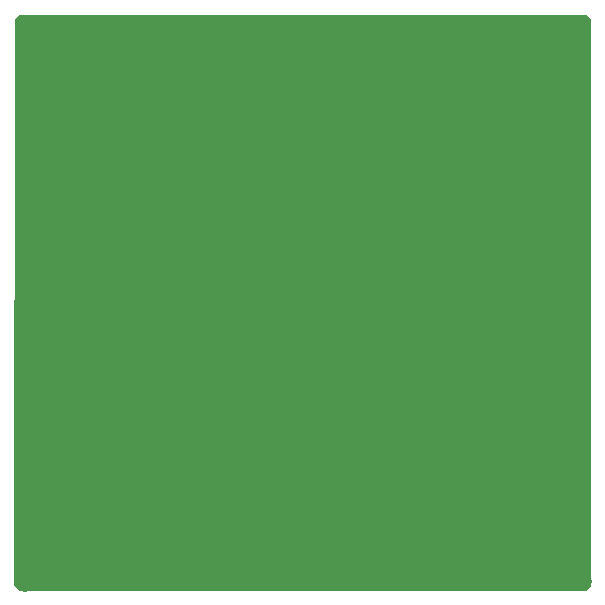
<source format=gbr>
G04 #@! TF.GenerationSoftware,KiCad,Pcbnew,5.1.5+dfsg1-2build2*
G04 #@! TF.CreationDate,2021-04-24T08:27:42-04:00*
G04 #@! TF.ProjectId,largest_army_card,6c617267-6573-4745-9f61-726d795f6361,rev?*
G04 #@! TF.SameCoordinates,Original*
G04 #@! TF.FileFunction,Copper,L2,Bot*
G04 #@! TF.FilePolarity,Positive*
%FSLAX46Y46*%
G04 Gerber Fmt 4.6, Leading zero omitted, Abs format (unit mm)*
G04 Created by KiCad (PCBNEW 5.1.5+dfsg1-2build2) date 2021-04-24 08:27:42*
%MOMM*%
%LPD*%
G04 APERTURE LIST*
%ADD10C,0.010000*%
G04 APERTURE END LIST*
D10*
G36*
X24367383Y23918773D02*
G01*
X24513002Y23842881D01*
X24631629Y23734413D01*
X24721294Y23596892D01*
X24786316Y23466773D01*
X24786090Y19306D01*
X24786093Y-977989D01*
X24786120Y-1965534D01*
X24786172Y-2942461D01*
X24786247Y-3907904D01*
X24786345Y-4860998D01*
X24786465Y-5800876D01*
X24786608Y-6726672D01*
X24786773Y-7637519D01*
X24786958Y-8532552D01*
X24787164Y-9410904D01*
X24787390Y-10271710D01*
X24787636Y-11114102D01*
X24787901Y-11937215D01*
X24788185Y-12740183D01*
X24788486Y-13522139D01*
X24788806Y-14282218D01*
X24789142Y-15019552D01*
X24789495Y-15733276D01*
X24789865Y-16422524D01*
X24790250Y-17086429D01*
X24790650Y-17724126D01*
X24791065Y-18334748D01*
X24791494Y-18917428D01*
X24791936Y-19471302D01*
X24792392Y-19995501D01*
X24792861Y-20489162D01*
X24793342Y-20951416D01*
X24793834Y-21381398D01*
X24794338Y-21778242D01*
X24794852Y-22141082D01*
X24795377Y-22469051D01*
X24795911Y-22761283D01*
X24796455Y-23016913D01*
X24797007Y-23235073D01*
X24797567Y-23414898D01*
X24798136Y-23555521D01*
X24798711Y-23656077D01*
X24799294Y-23715699D01*
X24799655Y-23731671D01*
X24802856Y-23963282D01*
X24788802Y-24159284D01*
X24756173Y-24323290D01*
X24703650Y-24458909D01*
X24629912Y-24569754D01*
X24533638Y-24659436D01*
X24438822Y-24718734D01*
X24331083Y-24775583D01*
X920750Y-24780928D01*
X-76370Y-24781165D01*
X-1063921Y-24781418D01*
X-2041034Y-24781687D01*
X-3006834Y-24781970D01*
X-3960450Y-24782268D01*
X-4901010Y-24782579D01*
X-5827642Y-24782904D01*
X-6739472Y-24783241D01*
X-7635630Y-24783590D01*
X-8515242Y-24783951D01*
X-9377436Y-24784323D01*
X-10221341Y-24784705D01*
X-11046083Y-24785096D01*
X-11850791Y-24785497D01*
X-12634593Y-24785907D01*
X-13396616Y-24786324D01*
X-14135987Y-24786749D01*
X-14851835Y-24787181D01*
X-15543288Y-24787619D01*
X-16209473Y-24788063D01*
X-16849518Y-24788512D01*
X-17462550Y-24788965D01*
X-18047698Y-24789422D01*
X-18604088Y-24789883D01*
X-19130850Y-24790347D01*
X-19627111Y-24790813D01*
X-20091997Y-24791281D01*
X-20524638Y-24791750D01*
X-20924161Y-24792219D01*
X-21289694Y-24792688D01*
X-21620364Y-24793157D01*
X-21915299Y-24793624D01*
X-22173626Y-24794090D01*
X-22394475Y-24794554D01*
X-22576972Y-24795014D01*
X-22720245Y-24795471D01*
X-22823422Y-24795924D01*
X-22885630Y-24796372D01*
X-22902334Y-24796623D01*
X-23066573Y-24799739D01*
X-23194523Y-24799698D01*
X-23292129Y-24796292D01*
X-23365332Y-24789310D01*
X-23420075Y-24778544D01*
X-23420917Y-24778317D01*
X-23576692Y-24726140D01*
X-23698642Y-24660552D01*
X-23794618Y-24575565D01*
X-23872473Y-24465192D01*
X-23900159Y-24412880D01*
X-23968759Y-24273535D01*
X-23964121Y23420917D01*
X-23917365Y23547917D01*
X-23856442Y23666486D01*
X-23768760Y23775684D01*
X-23664756Y23864824D01*
X-23554867Y23923215D01*
X-23548890Y23925311D01*
X-23541708Y23927080D01*
X-23530243Y23928789D01*
X-23513772Y23930438D01*
X-23491571Y23932029D01*
X-23462917Y23933562D01*
X-23427085Y23935040D01*
X-23383353Y23936462D01*
X-23330997Y23937830D01*
X-23269294Y23939146D01*
X-23197519Y23940409D01*
X-23114949Y23941622D01*
X-23020861Y23942784D01*
X-22914531Y23943899D01*
X-22795236Y23944965D01*
X-22662252Y23945985D01*
X-22514855Y23946960D01*
X-22352322Y23947891D01*
X-22173929Y23948778D01*
X-21978953Y23949623D01*
X-21766671Y23950427D01*
X-21536358Y23951190D01*
X-21287291Y23951915D01*
X-21018746Y23952602D01*
X-20730001Y23953253D01*
X-20420331Y23953867D01*
X-20089013Y23954447D01*
X-19735324Y23954993D01*
X-19358539Y23955507D01*
X-18957935Y23955990D01*
X-18532789Y23956442D01*
X-18082377Y23956865D01*
X-17605976Y23957259D01*
X-17102862Y23957627D01*
X-16572311Y23957968D01*
X-16013600Y23958285D01*
X-15426005Y23958578D01*
X-14808804Y23958848D01*
X-14161271Y23959096D01*
X-13482684Y23959324D01*
X-12772319Y23959532D01*
X-12029453Y23959721D01*
X-11253362Y23959894D01*
X-10443322Y23960049D01*
X-9598610Y23960190D01*
X-8718502Y23960317D01*
X-7802275Y23960430D01*
X-6849206Y23960531D01*
X-5858570Y23960622D01*
X-4829644Y23960702D01*
X-3761705Y23960774D01*
X-2654028Y23960838D01*
X-1505892Y23960896D01*
X-316571Y23960947D01*
X402636Y23960976D01*
X24252158Y23961885D01*
X24367383Y23918773D01*
G37*
X24367383Y23918773D02*
X24513002Y23842881D01*
X24631629Y23734413D01*
X24721294Y23596892D01*
X24786316Y23466773D01*
X24786090Y19306D01*
X24786093Y-977989D01*
X24786120Y-1965534D01*
X24786172Y-2942461D01*
X24786247Y-3907904D01*
X24786345Y-4860998D01*
X24786465Y-5800876D01*
X24786608Y-6726672D01*
X24786773Y-7637519D01*
X24786958Y-8532552D01*
X24787164Y-9410904D01*
X24787390Y-10271710D01*
X24787636Y-11114102D01*
X24787901Y-11937215D01*
X24788185Y-12740183D01*
X24788486Y-13522139D01*
X24788806Y-14282218D01*
X24789142Y-15019552D01*
X24789495Y-15733276D01*
X24789865Y-16422524D01*
X24790250Y-17086429D01*
X24790650Y-17724126D01*
X24791065Y-18334748D01*
X24791494Y-18917428D01*
X24791936Y-19471302D01*
X24792392Y-19995501D01*
X24792861Y-20489162D01*
X24793342Y-20951416D01*
X24793834Y-21381398D01*
X24794338Y-21778242D01*
X24794852Y-22141082D01*
X24795377Y-22469051D01*
X24795911Y-22761283D01*
X24796455Y-23016913D01*
X24797007Y-23235073D01*
X24797567Y-23414898D01*
X24798136Y-23555521D01*
X24798711Y-23656077D01*
X24799294Y-23715699D01*
X24799655Y-23731671D01*
X24802856Y-23963282D01*
X24788802Y-24159284D01*
X24756173Y-24323290D01*
X24703650Y-24458909D01*
X24629912Y-24569754D01*
X24533638Y-24659436D01*
X24438822Y-24718734D01*
X24331083Y-24775583D01*
X920750Y-24780928D01*
X-76370Y-24781165D01*
X-1063921Y-24781418D01*
X-2041034Y-24781687D01*
X-3006834Y-24781970D01*
X-3960450Y-24782268D01*
X-4901010Y-24782579D01*
X-5827642Y-24782904D01*
X-6739472Y-24783241D01*
X-7635630Y-24783590D01*
X-8515242Y-24783951D01*
X-9377436Y-24784323D01*
X-10221341Y-24784705D01*
X-11046083Y-24785096D01*
X-11850791Y-24785497D01*
X-12634593Y-24785907D01*
X-13396616Y-24786324D01*
X-14135987Y-24786749D01*
X-14851835Y-24787181D01*
X-15543288Y-24787619D01*
X-16209473Y-24788063D01*
X-16849518Y-24788512D01*
X-17462550Y-24788965D01*
X-18047698Y-24789422D01*
X-18604088Y-24789883D01*
X-19130850Y-24790347D01*
X-19627111Y-24790813D01*
X-20091997Y-24791281D01*
X-20524638Y-24791750D01*
X-20924161Y-24792219D01*
X-21289694Y-24792688D01*
X-21620364Y-24793157D01*
X-21915299Y-24793624D01*
X-22173626Y-24794090D01*
X-22394475Y-24794554D01*
X-22576972Y-24795014D01*
X-22720245Y-24795471D01*
X-22823422Y-24795924D01*
X-22885630Y-24796372D01*
X-22902334Y-24796623D01*
X-23066573Y-24799739D01*
X-23194523Y-24799698D01*
X-23292129Y-24796292D01*
X-23365332Y-24789310D01*
X-23420075Y-24778544D01*
X-23420917Y-24778317D01*
X-23576692Y-24726140D01*
X-23698642Y-24660552D01*
X-23794618Y-24575565D01*
X-23872473Y-24465192D01*
X-23900159Y-24412880D01*
X-23968759Y-24273535D01*
X-23964121Y23420917D01*
X-23917365Y23547917D01*
X-23856442Y23666486D01*
X-23768760Y23775684D01*
X-23664756Y23864824D01*
X-23554867Y23923215D01*
X-23548890Y23925311D01*
X-23541708Y23927080D01*
X-23530243Y23928789D01*
X-23513772Y23930438D01*
X-23491571Y23932029D01*
X-23462917Y23933562D01*
X-23427085Y23935040D01*
X-23383353Y23936462D01*
X-23330997Y23937830D01*
X-23269294Y23939146D01*
X-23197519Y23940409D01*
X-23114949Y23941622D01*
X-23020861Y23942784D01*
X-22914531Y23943899D01*
X-22795236Y23944965D01*
X-22662252Y23945985D01*
X-22514855Y23946960D01*
X-22352322Y23947891D01*
X-22173929Y23948778D01*
X-21978953Y23949623D01*
X-21766671Y23950427D01*
X-21536358Y23951190D01*
X-21287291Y23951915D01*
X-21018746Y23952602D01*
X-20730001Y23953253D01*
X-20420331Y23953867D01*
X-20089013Y23954447D01*
X-19735324Y23954993D01*
X-19358539Y23955507D01*
X-18957935Y23955990D01*
X-18532789Y23956442D01*
X-18082377Y23956865D01*
X-17605976Y23957259D01*
X-17102862Y23957627D01*
X-16572311Y23957968D01*
X-16013600Y23958285D01*
X-15426005Y23958578D01*
X-14808804Y23958848D01*
X-14161271Y23959096D01*
X-13482684Y23959324D01*
X-12772319Y23959532D01*
X-12029453Y23959721D01*
X-11253362Y23959894D01*
X-10443322Y23960049D01*
X-9598610Y23960190D01*
X-8718502Y23960317D01*
X-7802275Y23960430D01*
X-6849206Y23960531D01*
X-5858570Y23960622D01*
X-4829644Y23960702D01*
X-3761705Y23960774D01*
X-2654028Y23960838D01*
X-1505892Y23960896D01*
X-316571Y23960947D01*
X402636Y23960976D01*
X24252158Y23961885D01*
X24367383Y23918773D01*
M02*

</source>
